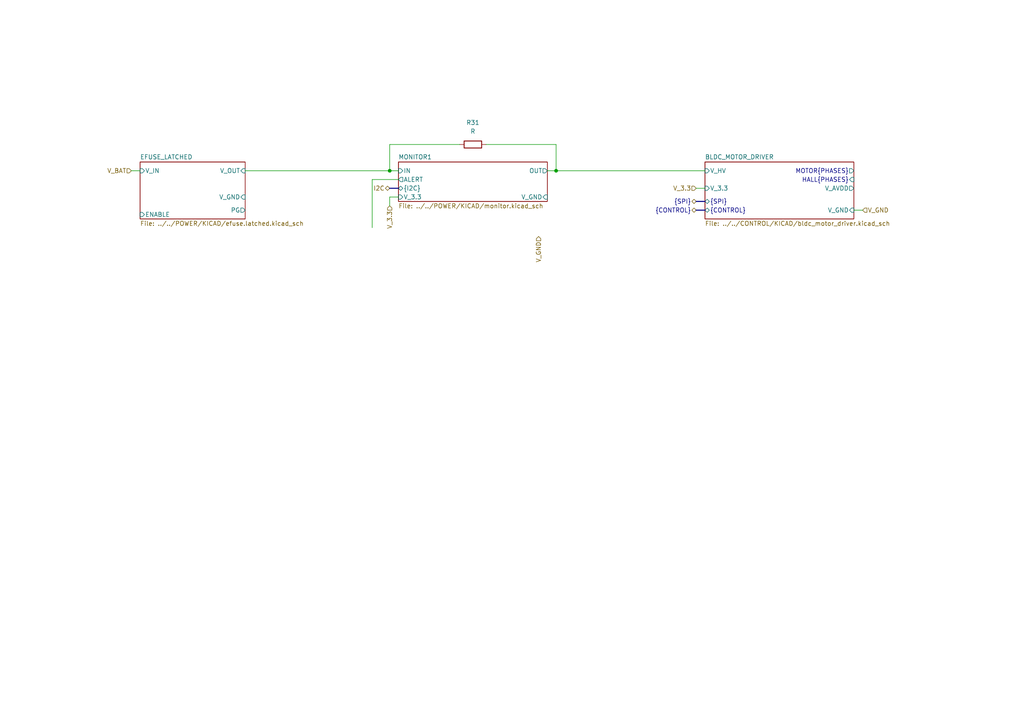
<source format=kicad_sch>
(kicad_sch (version 20231120) (generator "eeschema") (generator_version "8.0")
  (paper "A4")
  (lib_symbols
    (symbol "Device:R" (pin_numbers hide) (pin_names (offset 0))
      (property "Reference" "R" (at 2.032 0 90))
      (property "Value" "R" (at 0 0 90))
      (symbol "R_0_1"
        (rectangle (start -1.016 -2.54) (end 1.016 2.54) (stroke (width 0.254)))
      )
      (symbol "R_1_1"
        (pin passive line (at 0 3.81 270) (length 1.27) (name "~") (number "1"))
        (pin passive line (at 0 -3.81 90) (length 1.27) (name "~") (number "2"))
      )
    )
  )
  (junction (at 113.03 49.53))
  (junction (at 161.29 49.53))
  (bus (pts (xy 201.93 60.96) (xy 204.47 60.96)))
  (wire (pts (xy 113.03 57.15) (xy 115.57 57.15)))
  (wire (pts (xy 38.1 49.53) (xy 40.64 49.53)))
  (wire (pts (xy 115.57 52.07) (xy 107.95 52.07)))
  (wire (pts (xy 113.03 57.15) (xy 113.03 59.69)))
  (wire (pts (xy 107.95 52.07) (xy 107.95 66.04)))
  (bus (pts (xy 201.93 58.42) (xy 204.47 58.42)))
  (wire (pts (xy 133.35 41.91) (xy 113.03 41.91)))
  (wire (pts (xy 113.03 49.53) (xy 115.57 49.53)))
  (wire (pts (xy 204.47 54.61) (xy 201.93 54.61)))
  (wire (pts (xy 161.29 49.53) (xy 204.47 49.53)))
  (wire (pts (xy 250.19 60.96) (xy 247.65 60.96)))
  (bus (pts (xy 113.03 54.61) (xy 115.57 54.61)))
  (wire (pts (xy 158.75 49.53) (xy 161.29 49.53)))
  (wire (pts (xy 161.29 41.91) (xy 140.97 41.91)))
  (wire (pts (xy 161.29 49.53) (xy 161.29 41.91)))
  (wire (pts (xy 113.03 41.91) (xy 113.03 49.53)))
  (wire (pts (xy 71.12 49.53) (xy 113.03 49.53)))
  (hierarchical_label "V_GND" (shape input) (at 156.21 68.58 270))
  (hierarchical_label "V_3.3" (shape input) (at 201.93 54.61 180))
  (hierarchical_label "V_3.3" (shape input) (at 113.03 59.69 270))
  (hierarchical_label "{SPI}" (shape bidirectional) (at 201.93 58.42 180))
  (hierarchical_label "V_BAT" (shape input) (at 38.1 49.53 180))
  (hierarchical_label "V_GND" (shape input) (at 250.19 60.96 0))
  (hierarchical_label "{CONTROL}" (shape bidirectional) (at 201.93 60.96 180))
  (hierarchical_label "I2C" (shape bidirectional) (at 113.03 54.61 180))
  (symbol (lib_id "Device:R") (at 137.16 41.91 90) (unit 1)
    (property "Reference" "R31" (at 137.16 35.56 90))
    (property "Value" "R" (at 137.16 38.1 90))
    (property "Footprint" "Resistor_SMD:R_0603_1608Metric" (effects (hide yes)))
    (property "Description" "Resistor" (effects (hide yes)))
    (instances (project "control" (path "" (reference "R31") (unit 1)) (path "" (reference "R35") (unit 1)) (path "" (reference "R65") (unit 1)) (path "" (reference "R50") (unit 1))))
  )
  (sheet (at 40.64 46.99) (size 30.48 16.51) (stroke (width 0.1524))
    (property "Sheetname" "EFUSE_LATCHED" (at 40.64 46.2784 0) (effects (justify left bottom)))
    (property "Sheetfile" "../../POWER/KICAD/efuse.latched.kicad_sch" (at 40.64 64.0846 0) (effects (justify left top)))
    (pin "V_OUT" input (at 71.12 49.53 0))
    (pin "V_GND" input (at 71.12 57.15 0))
    (pin "V_IN" input (at 40.64 49.53 180))
    (pin "ENABLE" input (at 40.64 62.23 180))
    (pin "PG" output (at 71.12 60.96 0))
  )
  (sheet (at 115.57 46.99) (size 43.18 11.43) (stroke (width 0.1524))
    (property "Sheetname" "MONITOR1" (at 115.57 46.2784 0) (effects (justify left bottom)))
    (property "Sheetfile" "../../POWER/KICAD/monitor.kicad_sch" (at 115.57 59.0046 0) (effects (justify left top)))
    (pin "IN" input (at 115.57 49.53 180))
    (pin "{I2C}" bidirectional (at 115.57 54.61 180))
    (pin "V_3.3" input (at 115.57 57.15 180))
    (pin "OUT" output (at 158.75 49.53 0))
    (pin "V_GND" input (at 158.75 57.15 0))
    (pin "ALERT" output (at 115.57 52.07 180))
  )
  (sheet (at 204.47 46.99) (size 43.18 16.51) (stroke (width 0.1524))
    (property "Sheetname" "BLDC_MOTOR_DRIVER" (at 204.47 46.2784 0) (effects (justify left bottom)))
    (property "Sheetfile" "../../CONTROL/KICAD/bldc_motor_driver.kicad_sch" (at 204.47 64.0846 0) (effects (justify left top)))
    (pin "V_HV" input (at 204.47 49.53 180))
    (pin "V_GND" input (at 247.65 60.96 0))
    (pin "V_3.3" input (at 204.47 54.61 180))
    (pin "{SPI}" bidirectional (at 204.47 58.42 180))
    (pin "HALL{PHASES}" input (at 247.65 52.07 0))
    (pin "MOTOR{PHASES}" output (at 247.65 49.53 0))
    (pin "V_AVDD" output (at 247.65 54.61 0))
    (pin "{CONTROL}" bidirectional (at 204.47 60.96 180))
  )
)
</source>
